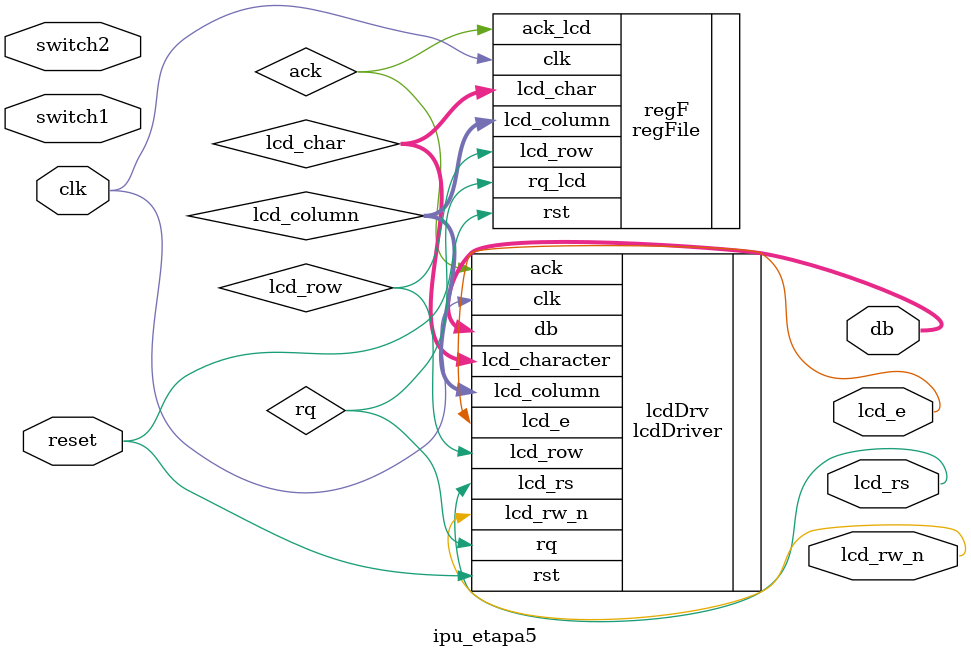
<source format=v>


module ipu_etapa5(
input	clk     ,	// clock input, 50MHz
input	reset   ,	// reset active high
input   switch1  ,	// switch-ul care realizeaza comutarea imaginilor
input   switch2  ,	// switch-ul care realizeaza comutarea cu imaginea complementata
output  [3:0]   db      ,
output          lcd_e   ,   
output			lcd_rs  ,   
output 			lcd_rw_n    
);

wire [2:0]   imgProc_out;
wire          rq;
wire          ack;
wire 		  lcd_row;
wire [6:0]    lcd_column;
wire [7:0]    lcd_char;



lcdDriver lcdDrv(
.clk          (clk             ), 
.rst          (reset           ), 
.rq           (rq              ), 
.ack          (ack             ), 
.lcd_row      (lcd_row         ), 
.lcd_column   (lcd_column      ), 
.lcd_character(lcd_char        ), 
.lcd_e        (lcd_e           ),     
.lcd_rs       (lcd_rs		   ), 
.lcd_rw_n     (lcd_rw_n		   ), 
.db           (db			   )  
);

regFile regF(
.clk          (clk             ), 
.rst          (reset           ), 
.ack_lcd      (ack             ), 
.rq_lcd       (rq              ), 
.lcd_row      (lcd_row         ), 
.lcd_column   (lcd_column      ), 
.lcd_char     (lcd_char        )  
);

endmodule   
</source>
